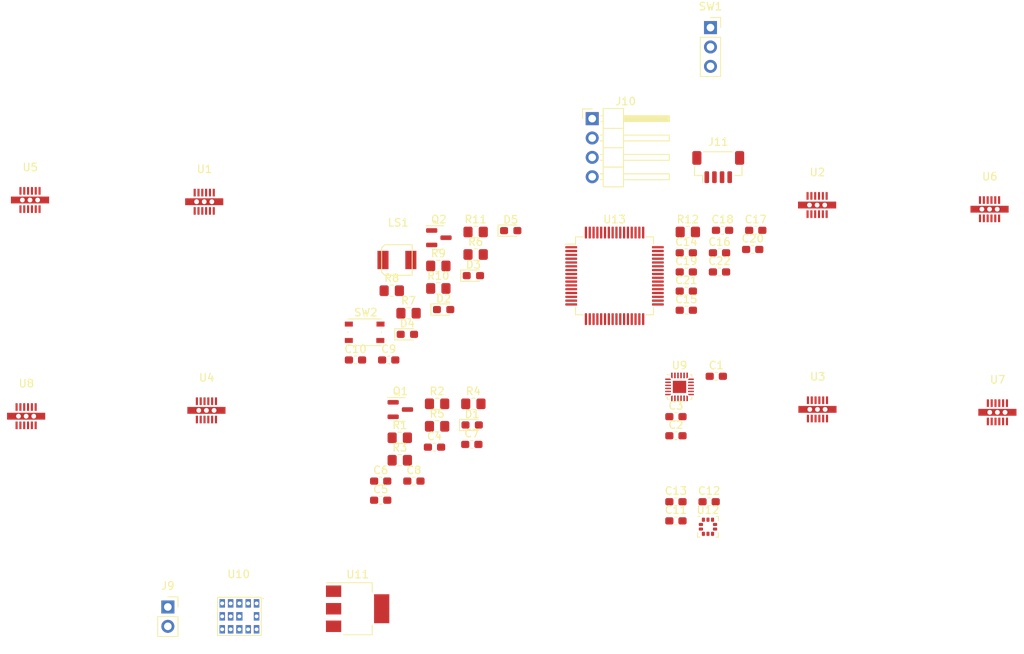
<source format=kicad_pcb>
(kicad_pcb (version 20211014) (generator pcbnew)
  (layers (0 "F.Cu" signal) (31 "B.Cu" signal) (34 "B.Paste" user) (35 "F.Paste" user) (36 "B.SilkS" user "B.Silkscreen") (37 "F.SilkS" user "F.Silkscreen") (38 "B.Mask" user) (39 "F.Mask" user) (44 "Edge.Cuts" user))
  (net 0 "")
  (net 1 "+3.3V")
  (net 2 "GND")
  (net 3 "Net-(C2-Pad1)")
  (net 4 "+BATT")
  (net 5 "+5V")
  (net 6 "/controller/NRST")
  (net 7 "/controller/BUTTON_OUTPUT")
  (net 8 "Net-(C14-Pad1)")
  (net 9 "Net-(C15-Pad1)")
  (net 10 "+3.3VADC")
  (net 11 "Net-(D1-Pad2)")
  (net 12 "Net-(D2-Pad2)")
  (net 13 "Net-(D3-Pad2)")
  (net 14 "Net-(D4-Pad2)")
  (net 15 "Net-(D5-Pad2)")
  (net 16 "Net-(J9-Pad1)")
  (net 17 "/controller/USART1_RX")
  (net 18 "/controller/USART1_TX")
  (net 19 "/controller/SWCLK")
  (net 20 "/controller/SWDIO")
  (net 21 "Net-(LS1-Pad2)")
  (net 22 "Net-(Q1-Pad1)")
  (net 23 "/controller/BUZZER_INPUT")
  (net 24 "/controller/ADC_BAT")
  (net 25 "Net-(R4-Pad1)")
  (net 26 "/controller/LED1")
  (net 27 "/controller/LED2")
  (net 28 "/controller/LED3")
  (net 29 "/controller/LED4")
  (net 30 "BOOT0")
  (net 32 "Net-(J1-Pad1)")
  (net 33 "Net-(J1-Pad2)")
  (net 34 "/controller/MOTOR2_IN2")
  (net 35 "/controller/MOTOR2_IN1")
  (net 36 "Net-(J2-Pad1)")
  (net 37 "Net-(J2-Pad2)")
  (net 38 "/controller/MOTOR1_IN2")
  (net 39 "/controller/MOTOR1_IN1")
  (net 40 "Net-(J3-Pad1)")
  (net 41 "Net-(J3-Pad2)")
  (net 42 "/controller/MOTOR3_IN2")
  (net 43 "/controller/MOTOR3_IN1")
  (net 44 "Net-(J4-Pad1)")
  (net 45 "Net-(J4-Pad2)")
  (net 46 "/controller/MOTOR4_IN2")
  (net 47 "/controller/MOTOR4_IN1")
  (net 48 "Net-(J5-Pad1)")
  (net 49 "Net-(J5-Pad2)")
  (net 50 "/controller/MOTOR5_IN2")
  (net 51 "/controller/MOTOR5_IN1")
  (net 52 "Net-(J6-Pad1)")
  (net 53 "Net-(J6-Pad2)")
  (net 54 "/controller/MOTOR6_IN2")
  (net 55 "/controller/MOTOR6_IN1")
  (net 56 "Net-(J7-Pad1)")
  (net 57 "Net-(J7-Pad2)")
  (net 58 "/controller/MOTOR7_IN2")
  (net 59 "/controller/MOTOR7_IN1")
  (net 60 "Net-(J8-Pad1)")
  (net 61 "Net-(J8-Pad2)")
  (net 62 "/controller/MOTOR8_IN2")
  (net 63 "/controller/MOTOR8_IN1")
  (net 70 "/controller/SPI1_MISO")
  (net 78 "/controller/SPI1_CS")
  (net 79 "/controller/SPI1_SCK")
  (net 80 "/controller/SPI1_MOSI")
  (net 82 "/controller/SPI3_SCK")
  (net 83 "/controller/SPI3_MOSI")
  (net 84 "/controller/SPI3_MISO")
  (net 85 "/controller/SPI3_CS")
  (footprint "omni:STM0440-T-R" (layer "F.Cu") (at 110.4722 70.779)
    (fp_text reference "LS1" (at 0 -0.5 unlocked) (layer "F.SilkS"))
    (fp_text value "Speaker")
    (pad "1" smd rect (at -1.9962 4.3942) (size 1.45 2.4) (layers "F.Cu" "F.Paste" "F.Mask") (net 1 "+3.3V"))
    (pad "2" smd rect (at 1.6538 4.3942) (size 1.45 2.4) (layers "F.Cu" "F.Paste" "F.Mask") (net 21 "Net-(LS1-Pad2)"))
  )
  (footprint "Capacitor_SMD:C_0603_1608Metric_Pad1.08x0.95mm_HandSolder" (layer "F.Cu") (at 115.226 99.714)
    (fp_text reference "C4" (at 0 -1.43) (layer "F.SilkS"))
    (fp_text value "0.1u")
    (pad "1" smd roundrect (at -0.8625 0) (size 1.075 0.95) (layers "F.Cu" "F.Paste" "F.Mask") (net 4 "+BATT"))
    (pad "2" smd roundrect (at 0.8625 0) (size 1.075 0.95) (layers "F.Cu" "F.Paste" "F.Mask") (net 2 "GND"))
  )
  (footprint "Package_TO_SOT_SMD:SOT-23" (layer "F.Cu") (at 115.796 72.254)
    (fp_text reference "Q2" (at 0 -2.4) (layer "F.SilkS"))
    (fp_text value "BSS138")
    (pad "1" smd roundrect (at -0.9375 -0.95) (size 1.475 0.6) (layers "F.Cu" "F.Paste" "F.Mask") (net 23 "/controller/BUZZER_INPUT"))
    (pad "2" smd roundrect (at -0.9375 0.95) (size 1.475 0.6) (layers "F.Cu" "F.Paste" "F.Mask") (net 2 "GND"))
    (pad "3" smd roundrect (at 0.9375 0) (size 1.475 0.6) (layers "F.Cu" "F.Paste" "F.Mask") (net 21 "Net-(LS1-Pad2)"))
  )
  (footprint "Connector_PinSocket_2.54mm:PinSocket_1x02_P2.54mm_Vertical" (layer "F.Cu") (at 80.289 120.67)
    (fp_text reference "J9" (at 0 -2.77) (layer "F.SilkS"))
    (fp_text value "Conn_01x02")
    (pad "1" thru_hole rect (at 0 0) (size 1.7 1.7) (drill 1) (layers *.Cu *.Mask) (net 16 "Net-(J9-Pad1)"))
    (pad "2" thru_hole oval (at 0 2.54) (size 1.7 1.7) (drill 1) (layers *.Cu *.Mask) (net 2 "GND"))
  )
  (footprint "Capacitor_SMD:C_0603_1608Metric_Pad1.08x0.95mm_HandSolder" (layer "F.Cu") (at 108.176 104.164)
    (fp_text reference "C6" (at 0 -1.43) (layer "F.SilkS"))
    (fp_text value "10u")
    (pad "1" smd roundrect (at -0.8625 0) (size 1.075 0.95) (layers "F.Cu" "F.Paste" "F.Mask") (net 1 "+3.3V"))
    (pad "2" smd roundrect (at 0.8625 0) (size 1.075 0.95) (layers "F.Cu" "F.Paste" "F.Mask") (net 2 "GND"))
  )
  (footprint "omni:DRV8835" (layer "F.Cu") (at 61.7568 91.8707)
    (fp_text reference "U8" (at 0 -0.5 unlocked) (layer "F.SilkS"))
    (fp_text value "DRV8835")
    (pad "1" smd rect (at -1.2848 4.7346) (size 0.28 1) (drill (offset 0 0.25)) (layers "F.Cu" "F.Paste" "F.Mask") (net 4 "+BATT"))
    (pad "2" smd rect (at -0.7848 4.7346) (size 0.28 1) (drill (offset 0 0.25)) (layers "F.Cu" "F.Paste" "F.Mask") (net 60 "Net-(J8-Pad1)"))
    (pad "3" smd rect (at -0.2848 4.7346) (size 0.28 1) (drill (offset 0 0.25)) (layers "F.Cu" "F.Paste" "F.Mask") (net 61 "Net-(J8-Pad2)"))
    (pad "4" smd rect (at 0.2152 4.7346) (size 0.28 1) (drill (offset 0 0.25)) (layers "F.Cu" "F.Paste" "F.Mask") (net 60 "Net-(J8-Pad1)"))
    (pad "5" smd rect (at 0.7152 4.7346) (size 0.28 1) (drill (offset 0 0.25)) (layers "F.Cu" "F.Paste" "F.Mask") (net 61 "Net-(J8-Pad2)"))
    (pad "6" smd rect (at 1.2152 4.7346) (size 0.28 1) (drill (offset 0 0.25)) (layers "F.Cu" "F.Paste" "F.Mask") (net 2 "GND"))
    (pad "7" smd rect (at 1.2152 2.8346) (size 0.28 1) (drill (offset 0 -0.25)) (layers "F.Cu" "F.Paste" "F.Mask") (net 62 "/controller/MOTOR8_IN2"))
    (pad "8" smd rect (at 0.7152 2.8346) (size 0.28 1) (drill (offset 0 -0.25)) (layers "F.Cu" "F.Paste" "F.Mask") (net 63 "/controller/MOTOR8_IN1"))
    (pad "9" smd rect (at 0.2152 2.8346) (size 0.28 1) (drill (offset 0 -0.25)) (layers "F.Cu" "F.Paste" "F.Mask") (net 62 "/controller/MOTOR8_IN2"))
    (pad "10" smd rect (at -0.2848 2.8346) (size 0.28 1) (drill (offset 0 -0.25)) (layers "F.Cu" "F.Paste" "F.Mask") (net 63 "/controller/MOTOR8_IN1"))
    (pad "11" smd rect (at -0.7848 2.8346) (size 0.28 1) (drill (offset 0 -0.25)) (layers "F.Cu" "F.Paste" "F.Mask") (net 2 "GND"))
    (pad "12" smd rect (at -1.2848 2.8346) (size 0.28 1) (drill (offset 0 -0.25)) (layers "F.Cu" "F.Paste" "F.Mask") (net 1 "+3.3V"))
    (pad "13" smd rect (at -0.0348 3.7846) (size 5 0.9) (layers "F.Cu" "F.Paste" "F.Mask") (net 2 "GND"))
    (pad "13" thru_hole circle (at -0.0348 3.7846) (size 0.6 0.6) (drill 0.6) (layers *.Cu *.Mask "F.SilkS") (net 2 "GND"))
    (pad "13" thru_hole circle (at 0.9652 3.7846) (size 0.6 0.6) (drill 0.6) (layers *.Cu *.Mask "F.SilkS") (net 2 "GND"))
    (pad "13" thru_hole circle (at -1.0348 3.7846) (size 0.6 0.6) (drill 0.6) (layers *.Cu *.Mask "F.SilkS") (net 2 "GND"))
  )
  (footprint "Button_Switch_SMD:SW_Push_1P1T_NO_Vertical_Wuerth_434133025816" (layer "F.Cu") (at 106.076 84.654)
    (fp_text reference "SW2" (at 0.15 -2.6) (layer "F.SilkS"))
    (fp_text value "SKRPACE")
    (pad "1" smd rect (at 2.075 -1.075) (size 1.05 0.65) (layers "F.Cu" "F.Paste" "F.Mask") (net 2 "GND"))
    (pad "1" smd rect (at -2.075 -1.075) (size 1.05 0.65) (layers "F.Cu" "F.Paste" "F.Mask") (net 2 "GND"))
    (pad "2" smd rect (at -2.075 1.075) (size 1.05 0.65) (layers "F.Cu" "F.Paste" "F.Mask") (net 6 "/controller/NRST"))
    (pad "2" smd rect (at 2.05 1.075) (size 1.05 0.65) (layers "F.Cu" "F.Paste" "F.Mask") (net 6 "/controller/NRST"))
  )
  (footprint "omni:DRV8835" (layer "F.Cu") (at 85.3788 91.1087)
    (fp_text reference "U4" (at 0 -0.5 unlocked) (layer "F.SilkS"))
    (fp_text value "DRV8835")
    (pad "1" smd rect (at -1.2848 4.7346) (size 0.28 1) (drill (offset 0 0.25)) (layers "F.Cu" "F.Paste" "F.Mask") (net 4 "+BATT"))
    (pad "2" smd rect (at -0.7848 4.7346) (size 0.28 1) (drill (offset 0 0.25)) (layers "F.Cu" "F.Paste" "F.Mask") (net 44 "Net-(J4-Pad1)"))
    (pad "3" smd rect (at -0.2848 4.7346) (size 0.28 1) (drill (offset 0 0.25)) (layers "F.Cu" "F.Paste" "F.Mask") (net 45 "Net-(J4-Pad2)"))
    (pad "4" smd rect (at 0.2152 4.7346) (size 0.28 1) (drill (offset 0 0.25)) (layers "F.Cu" "F.Paste" "F.Mask") (net 44 "Net-(J4-Pad1)"))
    (pad "5" smd rect (at 0.7152 4.7346) (size 0.28 1) (drill (offset 0 0.25)) (layers "F.Cu" "F.Paste" "F.Mask") (net 45 "Net-(J4-Pad2)"))
    (pad "6" smd rect (at 1.2152 4.7346) (size 0.28 1) (drill (offset 0 0.25)) (layers "F.Cu" "F.Paste" "F.Mask") (net 2 "GND"))
    (pad "7" smd rect (at 1.2152 2.8346) (size 0.28 1) (drill (offset 0 -0.25)) (layers "F.Cu" "F.Paste" "F.Mask") (net 46 "/controller/MOTOR4_IN2"))
    (pad "8" smd rect (at 0.7152 2.8346) (size 0.28 1) (drill (offset 0 -0.25)) (layers "F.Cu" "F.Paste" "F.Mask") (net 47 "/controller/MOTOR4_IN1"))
    (pad "9" smd rect (at 0.2152 2.8346) (size 0.28 1) (drill (offset 0 -0.25)) (layers "F.Cu" "F.Paste" "F.Mask") (net 46 "/controller/MOTOR4_IN2"))
    (pad "10" smd rect (at -0.2848 2.8346) (size 0.28 1) (drill (offset 0 -0.25)) (layers "F.Cu" "F.Paste" "F.Mask") (net 47 "/controller/MOTOR4_IN1"))
    (pad "11" smd rect (at -0.7848 2.8346) (size 0.28 1) (drill (offset 0 -0.25)) (layers "F.Cu" "F.Paste" "F.Mask") (net 2 "GND"))
    (pad "12" smd rect (at -1.2848 2.8346) (size 0.28 1) (drill (offset 0 -0.25)) (layers "F.Cu" "F.Paste" "F.Mask") (net 1 "+3.3V"))
    (pad "13" thru_hole circle (at -0.0348 3.7846) (size 0.6 0.6) (drill 0.6) (layers *.Cu *.Mask "F.SilkS") (net 2 "GND"))
    (pad "13" smd rect (at -0.0348 3.7846) (size 5 0.9) (layers "F.Cu" "F.Paste" "F.Mask") (net 2 "GND"))
    (pad "13" thru_hole circle (at -1.0348 3.7846) (size 0.6 0.6) (drill 0.6) (layers *.Cu *.Mask "F.SilkS") (net 2 "GND"))
    (pad "13" thru_hole circle (at 0.9652 3.7846) (size 0.6 0.6) (drill 0.6) (layers *.Cu *.Mask "F.SilkS") (net 2 "GND"))
  )
  (footprint "LED_SMD:LED_0603_1608Metric_Pad1.05x0.95mm_HandSolder" (layer "F.Cu") (at 111.671 84.924)
    (fp_text reference "D4" (at 0 -1.43) (layer "F.SilkS"))
    (fp_text value "LED")
    (pad "1" smd roundrect (at -0.875 0) (size 1.05 0.95) (layers "F.Cu" "F.Paste" "F.Mask") (net 2 "GND"))
    (pad "2" smd roundrect (at 0.875 0) (size 1.05 0.95) (layers "F.Cu" "F.Paste" "F.Mask") (net 14 "Net-(D4-Pad2)"))
  )
  (footprint "Resistor_SMD:R_0805_2012Metric_Pad1.20x1.40mm_HandSolder" (layer "F.Cu") (at 115.566 96.984)
    (fp_text reference "R5" (at 0 -1.65) (layer "F.SilkS"))
    (fp_text value "1k")
    (pad "1" smd roundrect (at -1 0) (size 1.2 1.4) (layers "F.Cu" "F.Paste" "F.Mask") (roundrect_rratio 0.208333) (net 5 "+5V"))
    (pad "2" smd roundrect (at 1 0) (size 1.2 1.4) (layers "F.Cu" "F.Paste" "F.Mask") (roundrect_rratio 0.208333) (net 11 "Net-(D1-Pad2)"))
  )
  (footprint "Capacitor_SMD:C_0603_1608Metric_Pad1.08x0.95mm_HandSolder" (layer "F.Cu") (at 148.216 79.254)
    (fp_text reference "C21" (at 0 -1.43) (layer "F.SilkS"))
    (fp_text value "0.01u")
    (pad "1" smd roundrect (at -0.8625 0) (size 1.075 0.95) (layers "F.Cu" "F.Paste" "F.Mask") (net 10 "+3.3VADC"))
    (pad "2" smd roundrect (at 0.8625 0) (size 1.075 0.95) (layers "F.Cu" "F.Paste" "F.Mask") (net 2 "GND"))
  )
  (footprint "Resistor_SMD:R_0805_2012Metric_Pad1.20x1.40mm_HandSolder" (layer "F.Cu") (at 120.316 94.034)
    (fp_text reference "R4" (at 0 -1.65) (layer "F.SilkS"))
    (fp_text value "133")
    (pad "1" smd roundrect (at -1 0) (size 1.2 1.4) (layers "F.Cu" "F.Paste" "F.Mask") (roundrect_rratio 0.208333) (net 25 "Net-(R4-Pad1)"))
    (pad "2" smd roundrect (at 1 0) (size 1.2 1.4) (layers "F.Cu" "F.Paste" "F.Mask") (roundrect_rratio 0.208333) (net 2 "GND"))
  )
  (footprint "Resistor_SMD:R_0805_2012Metric_Pad1.20x1.40mm_HandSolder" (layer "F.Cu") (at 120.616 71.504)
    (fp_text reference "R11" (at 0 -1.65) (layer "F.SilkS"))
    (fp_text value "10k")
    (pad "1" smd roundrect (at -1 0) (size 1.2 1.4) (layers "F.Cu" "F.Paste" "F.Mask") (roundrect_rratio 0.208333) (net 1 "+3.3V"))
    (pad "2" smd roundrect (at 1 0) (size 1.2 1.4) (layers "F.Cu" "F.Paste" "F.Mask") (roundrect_rratio 0.208333) (net 7 "/controller/BUTTON_OUTPUT"))
  )
  (footprint "LED_SMD:LED_0603_1608Metric_Pad1.05x0.95mm_HandSolder" (layer "F.Cu") (at 116.421 81.674)
    (fp_text reference "D2" (at 0 -1.43) (layer "F.SilkS"))
    (fp_text value "LED")
    (pad "1" smd roundrect (at -0.875 0) (size 1.05 0.95) (layers "F.Cu" "F.Paste" "F.Mask") (net 2 "GND"))
    (pad "2" smd roundrect (at 0.875 0) (size 1.05 0.95) (layers "F.Cu" "F.Paste" "F.Mask") (net 12 "Net-(D2-Pad2)"))
  )
  (footprint "omni:DRV8835" (layer "F.Cu") (at 62.2648 63.5254)
    (fp_text reference "U5" (at 0 -0.5 unlocked) (layer "F.SilkS"))
    (fp_text value "DRV8835")
    (pad "1" smd rect (at -1.2848 4.7346) (size 0.28 1) (drill (offset 0 0.25)) (layers "F.Cu" "F.Paste" "F.Mask") (net 4 "+BATT"))
    (pad "2" smd rect (at -0.7848 4.7346) (size 0.28 1) (drill (offset 0 0.25)) (layers "F.Cu" "F.Paste" "F.Mask") (net 48 "Net-(J5-Pad1)"))
    (pad "3" smd rect (at -0.2848 4.7346) (size 0.28 1) (drill (offset 0 0.25)) (layers "F.Cu" "F.Paste" "F.Mask") (net 49 "Net-(J5-Pad2)"))
    (pad "4" smd rect (at 0.2152 4.7346) (size 0.28 1) (drill (offset 0 0.25)) (layers "F.Cu" "F.Paste" "F.Mask") (net 48 "Net-(J5-Pad1)"))
    (pad "5" smd rect (at 0.7152 4.7346) (size 0.28 1) (drill (offset 0 0.25)) (layers "F.Cu" "F.Paste" "F.Mask") (net 49 "Net-(J5-Pad2)"))
    (pad "6" smd rect (at 1.2152 4.7346) (size 0.28 1) (drill (offset 0 0.25)) (layers "F.Cu" "F.Paste" "F.Mask") (net 2 "GND"))
    (pad "7" smd rect (at 1.2152 2.8346) (size 0.28 1) (drill (offset 0 -0.25)) (layers "F.Cu" "F.Paste" "F.Mask") (net 50 "/controller/MOTOR5_IN2"))
    (pad "8" smd rect (at 0.7152 2.8346) (size 0.28 1) (drill (offset 0 -0.25)) (layers "F.Cu" "F.Paste" "F.Mask") (net 51 "/controller/MOTOR5_IN1"))
    (pad "9" smd rect (at 0.2152 2.8346) (size 0.28 1) (drill (offset 0 -0.25)) (layers "F.Cu" "F.Paste" "F.Mask") (net 50 "/controller/MOTOR5_IN2"))
    (pad "10" smd rect (at -0.2848 2.8346) (size 0.28 1) (drill (offset 0 -0.25)) (layers "F.Cu" "F.Paste" "F.Mask") (net 51 "/controller/MOTOR5_IN1"))
    (pad "11" smd rect (at -0.7848 2.8346) (size 0.28 1) (drill (offset 0 -0.25)) (layers "F.Cu" "F.Paste" "F.Mask") (net 2 "GND"))
    (pad "12" smd rect (at -1.2848 2.8346) (size 0.28 1) (drill (offset 0 -0.25)) (layers "F.Cu" "F.Paste" "F.Mask") (net 1 "+3.3V"))
    (pad "13" thru_hole circle (at 0.9652 3.7846) (size 0.6 0.6) (drill 0.6) (layers *.Cu *.Mask "F.SilkS") (net 2 "GND"))
    (pad "13" thru_hole circle (at -0.0348 3.7846) (size 0.6 0.6) (drill 0.6) (layers *.Cu *.Mask "F.SilkS") (net 2 "GND"))
    (pad "13" thru_hole circle (at -1.0348 3.7846) (size 0.6 0.6) (drill 0.6) (layers *.Cu *.Mask "F.SilkS") (net 2 "GND"))
    (pad "13" smd rect (at -0.0348 3.7846) (size 5 0.9) (layers "F.Cu" "F.Paste" "F.Mask") (net 2 "GND"))
  )
  (footprint "Capacitor_SMD:C_0603_1608Metric_Pad1.08x0.95mm_HandSolder" (layer "F.Cu") (at 104.876 88.284)
    (fp_text reference "C10" (at 0 -1.43) (layer "F.SilkS"))
    (fp_text value "0.1u")
    (pad "1" smd roundrect (at -0.8625 0) (size 1.075 0.95) (layers "F.Cu" "F.Paste" "F.Mask") (net 7 "/controller/BUTTON_OUTPUT"))
    (pad "2" smd roundrect (at 0.8625 0) (size 1.075 0.95) (layers "F.Cu" "F.Paste" "F.Mask") (net 2 "GND"))
  )
  (footprint "Capacitor_SMD:C_0603_1608Metric_Pad1.08x0.95mm_HandSolder" (layer "F.Cu") (at 152.566 74.234)
    (fp_text reference "C16" (at 0 -1.43) (layer "F.SilkS"))
    (fp_text value "0.1u")
    (pad "1" smd roundrect (at -0.8625 0) (size 1.075 0.95) (layers "F.Cu" "F.Paste" "F.Mask") (net 1 "+3.3V"))
    (pad "2" smd roundrect (at 0.8625 0) (size 1.075 0.95) (layers "F.Cu" "F.Paste" "F.Mask") (net 2 "GND"))
  )
  (footprint "Capacitor_SMD:C_0603_1608Metric_Pad1.08x0.95mm_HandSolder" (layer "F.Cu") (at 148.216 81.764)
    (fp_text reference "C15" (at 0 -1.43) (layer "F.SilkS"))
    (fp_text value "2.2u")
    (pad "1" smd roundrect (at -0.8625 0) (size 1.075 0.95) (layers "F.Cu" "F.Paste" "F.Mask") (net 9 "Net-(C15-Pad1)"))
    (pad "2" smd roundrect (at 0.8625 0) (size 1.075 0.95) (layers "F.Cu" "F.Paste" "F.Mask") (net 2 "GND"))
  )
  (footprint "LED_SMD:LED_0603_1608Metric_Pad1.05x0.95mm_HandSolder" (layer "F.Cu") (at 120.321 77.224)
    (fp_text reference "D3" (at 0 -1.43) (layer "F.SilkS"))
    (fp_text value "LED")
    (pad "1" smd roundrect (at -0.875 0) (size 1.05 0.95) (layers "F.Cu" "F.Paste" "F.Mask") (net 2 "GND"))
    (pad "2" smd roundrect (at 0.875 0) (size 1.05 0.95) (layers "F.Cu" "F.Paste" "F.Mask") (net 13 "Net-(D3-Pad2)"))
  )
  (footprint "omni:DRV8835" (layer "F.Cu") (at 187.9828 64.7294)
    (fp_text reference "U6" (at 0 -0.5 unlocked) (layer "F.SilkS"))
    (fp_text value "DRV8835")
    (pad "1" smd rect (at -1.2848 4.7346) (size 0.28 1) (drill (offset 0 0.25)) (layers "F.Cu" "F.Paste" "F.Mask") (net 4 "+BATT"))
    (pad "2" smd rect (at -0.7848 4.7346) (size 0.28 1) (drill (offset 0 0.25)) (layers "F.Cu" "F.Paste" "F.Mask") (net 52 "Net-(J6-Pad1)"))
    (pad "3" smd rect (at -0.2848 4.7346) (size 0.28 1) (drill (offset 0 0.25)) (layers "F.Cu" "F.Paste" "F.Mask") (net 53 "Net-(J6-Pad2)"))
    (pad "4" smd rect (at 0.2152 4.7346) (size 0.28 1) (drill (offset 0 0.25)) (layers "F.Cu" "F.Paste" "F.Mask") (net 52 "Net-(J6-Pad1)"))
    (pad "5" smd rect (at 0.7152 4.7346) (size 0.28 1) (drill (offset 0 0.25)) (layers "F.Cu" "F.Paste" "F.Mask") (net 53 "Net-(J6-Pad2)"))
    (pad "6" smd rect (at 1.2152 4.7346) (size 0.28 1) (drill (offset 0 0.25)) (layers "F.Cu" "F.Paste" "F.Mask") (net 2 "GND"))
    (pad "7" smd rect (at 1.2152 2.8346) (size 0.28 1) (drill (offset 0 -0.25)) (layers "F.Cu" "F.Paste" "F.Mask") (net 54 "/controller/MOTOR6_IN2"))
    (pad "8" smd rect (at 0.7152 2.8346) (size 0.28 1) (drill (offset 0 -0.25)) (layers "F.Cu" "F.Paste" "F.Mask") (net 55 "/controller/MOTOR6_IN1"))
    (pad "9" smd rect (at 0.2152 2.8346) (size 0.28 1) (drill (offset 0 -0.25)) (layers "F.Cu" "F.Paste" "F.Mask") (net 54 "/controller/MOTOR6_IN2"))
    (pad "10" smd rect (at -0.2848 2.8346) (size 0.28 1) (drill (offset 0 -0.25)) (layers "F.Cu" "F.Paste" "F.Mask") (net 55 "/controller/MOTOR6_IN1"))
    (pad "11" smd rect (at -0.7848 2.8346) (size 0.28 1) (drill (offset 0 -0.25)) (layers "F.Cu" "F.Paste" "F.Mask") (net 2 "GND"))
    (pad "12" smd rect (at -1.2848 2.8346) (size 0.28 1) (drill (offset 0 -0.25)) (layers "F.Cu" "F.Paste" "F.Mask") (net 1 "+3.3V"))
    (pad "13" thru_hole circle (at 0.9652 3.7846) (size 0.6 0.6) (drill 0.6) (layers *.Cu *.Mask "F.SilkS") (net 2 "GND"))
    (pad "13" thru_hole circle (at -0.0348 3.7846) (size 0.6 0.6) (drill 0.6) (layers *.Cu *.Mask "F.SilkS") (net 2 "GND"))
    (pad "13" thru_hole circle (at -1.0348 3.7846) (size 0.6 0.6) (drill 0.6) (layers *.Cu *.Mask "F.SilkS") (net 2 "GND"))
    (pad "13" smd rect (at -0.0348 3.7846) (size 5 0.9) (layers "F.Cu" "F.Paste" "F.Mask") (net 2 "GND"))
  )
  (footprint "Capacitor_SMD:C_0603_1608Metric_Pad1.08x0.95mm_HandSolder" (layer "F.Cu") (at 148.216 74.234)
    (fp_text reference "C14" (at 0 -1.43) (layer "F.SilkS"))
    (fp_text value "2.2u")
    (pad "1" smd roundrect (at -0.8625 0) (size 1.075 0.95) (layers "F.Cu" "F.Paste" "F.Mask") (net 8 "Net-(C14-Pad1)"))
    (pad "2" smd roundrect (at 0.8625 0) (size 1.075 0.95) (layers "F.Cu" "F.Paste" "F.Mask") (net 2 "GND"))
  )
  (footprint "Capacitor_SMD:C_0603_1608Metric_Pad1.08x0.95mm_HandSolder" (layer "F.Cu") (at 152.566 76.744)
    (fp_text reference "C22" (at 0 -1.43) (layer "F.SilkS"))
    (fp_text value "1u")
    (pad "1" smd roundrect (at -0.8625 0) (size 1.075 0.95) (layers "F.Cu" "F.Paste" "F.Mask") (net 10 "+3.3VADC"))
    (pad "2" smd roundrect (at 0.8625 0) (size 1.075 0.95) (layers "F.Cu" "F.Paste" "F.Mask") (net 2 "GND"))
  )
  (footprint "Resistor_SMD:R_0805_2012Metric_Pad1.20x1.40mm_HandSolder" (layer "F.Cu") (at 109.626 79.204)
    (fp_text reference "R8" (at 0 -1.65) (layer "F.SilkS"))
    (fp_text value "10k")
    (pad "1" smd roundrect (at -1 0) (size 1.2 1.4) (layers "F.Cu" "F.Paste" "F.Mask") (roundrect_rratio 0.208333) (net 23 "/controller/BUZZER_INPUT"))
    (pad "2" smd roundrect (at 1 0) (size 1.2 1.4) (layers "F.Cu" "F.Paste" "F.Mask") (roundrect_rratio 0.208333) (net 2 "GND"))
  )
  (footprint "Capacitor_SMD:C_0603_1608Metric_Pad1.08x0.95mm_HandSolder" (layer "F.Cu") (at 156.916 73.794)
    (fp_text reference "C20" (at 0 -1.43) (layer "F.SilkS"))
    (fp_text value "0.1u")
    (pad "1" smd roundrect (at -0.8625 0) (size 1.075 0.95) (layers "F.Cu" "F.Paste" "F.Mask") (net 1 "+3.3V"))
    (pad "2" smd roundrect (at 0.8625 0) (size 1.075 0.95) (layers "F.Cu" "F.Paste" "F.Mask") (net 2 "GND"))
  )
  (footprint "Resistor_SMD:R_0805_2012Metric_Pad1.20x1.40mm_HandSolder" (layer "F.Cu") (at 110.676 101.434)
    (fp_text reference "R3" (at 0 -1.65) (layer "F.SilkS"))
    (fp_text value "10k")
    (pad "1" smd roundrect (at -1 0) (size 1.2 1.4) (layers "F.Cu" "F.Paste" "F.Mask") (roundrect_rratio 0.208333) (net 24 "/controller/ADC_BAT"))
    (pad "2" smd roundrect (at 1 0) (size 1.2 1.4) (layers "F.Cu" "F.Paste" "F.Mask") (roundrect_rratio 0.208333) (net 2 "GND"))
  )
  (footprint "Capacitor_SMD:C_0603_1608Metric_Pad1.08x0.95mm_HandSolder" (layer "F.Cu") (at 120.116 99.354)
    (fp_text reference "C7" (at 0 -1.43) (layer "F.SilkS"))
    (fp_text value "0.1u")
    (pad "1" smd roundrect (at -0.8625 0) (size 1.075 0.95) (layers "F.Cu" "F.Paste" "F.Mask") (net 5 "+5V"))
    (pad "2" smd roundrect (at 0.8625 0) (size 1.075 0.95) (layers "F.Cu" "F.Paste" "F.Mask") (net 2 "GND"))
  )
  (footprint "Capacitor_SMD:C_0603_1608Metric_Pad1.08x0.95mm_HandSolder" (layer "F.Cu") (at 151.206 106.874)
    (fp_text reference "C12" (at 0 -1.43) (layer "F.SilkS"))
    (fp_text value "10u")
    (pad "1" smd roundrect (at -0.8625 0) (size 1.075 0.95) (layers "F.Cu" "F.Paste" "F.Mask") (net 1 "+3.3V"))
    (pad "2" smd roundrect (at 0.8625 0) (size 1.075 0.95) (layers "F.Cu" "F.Paste" "F.Mask") (net 2 "GND"))
  )
  (footprint "omni:DRV8835" (layer "F.Cu") (at 165.3888 64.1847)
    (fp_text reference "U2" (at 0 -0.5 unlocked) (layer "F.SilkS"))
    (fp_text value "DRV8835")
    (pad "1" smd rect (at -1.2848 4.7346) (size 0.28 1) (drill (offset 0 0.25)) (layers "F.Cu" "F.Paste" "F.Mask") (net 4 "+BATT"))
    (pad "2" smd rect (at -0.7848 4.7346) (size 0.28 1) (drill (offset 0 0.25)) (layers "F.Cu" "F.Paste" "F.Mask") (net 36 "Net-(J2-Pad1)"))
    (pad "3" smd rect (at -0.2848 4.7346) (size 0.28 1) (drill (offset 0 0.25)) (layers "F.Cu" "F.Paste" "F.Mask") (net 37 "Net-(J2-Pad2)"))
    (pad "4" smd rect (at 0.2152 4.7346) (size 0.28 1) (drill (offset 0 0.25)) (layers "F.Cu" "F.Paste" "F.Mask") (net 36 "Net-(J2-Pad1)"))
    (pad "5" smd rect (at 0.7152 4.7346) (size 0.28 1) (drill (offset 0 0.25)) (layers "F.Cu" "F.Paste" "F.Mask") (net 37 "Net-(J2-Pad2)"))
    (pad "6" smd rect (at 1.2152 4.7346) (size 0.28 1) (drill (offset 0 0.25)) (layers "F.Cu" "F.Paste" "F.Mask") (net 2 "GND"))
    (pad "7" smd rect (at 1.2152 2.8346) (size 0.28 1) (drill (offset 0 -0.25)) (layers "F.Cu" "F.Paste" "F.Mask") (net 38 "/controller/MOTOR1_IN2"))
    (pad "8" smd rect (at 0.7152 2.8346) (size 0.28 1) (drill (offset 0 -0.25)) (layers "F.Cu" "F.Paste" "F.Mask") (net 39 "/controller/MOTOR1_IN1"))
    (pad "9" smd rect (at 0.2152 2.8346) (size 0.28 1) (drill (offset 0 -0.25)) (layers "F.Cu" "F.Paste" "F.Mask") (net 38 "/controller/MOTOR1_IN2"))
    (pad "10" smd rect (at -0.2848 2.8346) (size 0.28 1) (drill (offset 0 -0.25)) (layers "F.Cu" "F.Paste" "F.Mask") (net 39 "/controller/MOTOR1_IN1"))
    (pad "11" smd rect (at -0.7848 2.8346) (size 0.28 1) (drill (offset 0 -0.25)) (layers "F.Cu" "F.Paste" "F.Mask") (net 2 "GND"))
    (pad "12" smd rect (at -1.2848 2.8346) (size 0.28 1) (drill (offset 0 -0.25)) (layers "F.Cu" "F.Paste" "F.Mask") (net 1 "+3.3V"))
    (pad "13" thru_hole circle (at -0.0348 3.7846) (size 0.6 0.6) (drill 0.6) (layers *.Cu *.Mask "F.SilkS") (net 2 "GND"))
    (pad "13" thru_hole circle (at 0.9652 3.7846) (size 0.6 0.6) (drill 0.6) (layers *.Cu *.Mask "F.SilkS") (net 2 "GND"))
    (pad "13" thru_hole circle (at -1.0348 3.7846) (size 0.6 0.6) (drill 0.6) (layers *.Cu *.Mask "F.SilkS") (net 2 "GND"))
    (pad "13" smd rect (at -0.0348 3.7846) (size 5 0.9) (layers "F.Cu" "F.Paste" "F.Mask") (net 2 "GND"))
  )
  (footprint "Connector_JST:JST_SH_BM04B-SRSS-TB_1x04-1MP_P1.00mm_Vertical" (layer "F.Cu") (at 152.4 62.992)
    (fp_text reference "J11" (at 0 -3.3) (layer "F.SilkS"))
    (fp_text value "ST-Link")
    (pad "1" smd roundrect (at -1.5 1.325) (size 0.6 1.55) (layers "F.Cu" "F.Paste" "F.Mask") (net 19 "/controller/SWCLK"))
    (pad "2" smd roundrect (at -0.5 1.325) (size 0.6 1.55) (layers "F.Cu" "F.Paste" "F.Mask") (net 20 "/controller/SWDIO"))
    (pad "3" smd roundrect (at 0.5 1.325) (size 0.6 1.55) (layers "F.Cu" "F.Paste" "F.Mask") (net 2 "GND"))
    (pad "4" smd roundrect (at 1.5 1.325) (size 0.6 1.55) (layers "F.Cu" "F.Paste" "F.Mask") (net 6 "/controller/NRST"))
    (pad "MP" smd roundrect (at -2.8 -1.2) (size 1.2 1.8) (layers "F.Cu" "F.Paste" "F.Mask") (roundrect_rratio 0.208333))
    (pad "MP" smd roundrect (at 2.8 -1.2) (size 1.2 1.8) (layers "F.Cu" "F.Paste" "F.Mask") (roundrect_rratio 0.208333))
  )
  (footprint "Resistor_SMD:R_0805_2012Metric_Pad1.20x1.40mm_HandSolder" (layer "F.Cu") (at 111.826 82.154)
    (fp_text reference "R7" (at 0 -1.65) (layer "F.SilkS"))
    (fp_text value "1k")
    (pad "1" smd roundrect (at -1 0) (size 1.2 1.4) (layers "F.Cu" "F.Paste" "F.Mask") (roundrect_rratio 0.208333) (net 27 "/controller/LED2"))
    (pad "2" smd roundrect (at 1 0) (size 1.2 1.4) (layers "F.Cu" "F.Paste" "F.Mask") (roundrect_rratio 0.208333) (net 13 "Net-(D3-Pad2)"))
  )
  (footprint "Package_TO_SOT_SMD:SOT-23" (layer "F.Cu") (at 110.746 94.784)
    (fp_text reference "Q1" (at 0 -2.4) (layer "F.SilkS"))
    (fp_text value "IRLML6402")
    (pad "1" smd roundrect (at -0.9375 -0.95) (size 1.475 0.6) (layers "F.Cu" "F.Paste" "F.Mask") (net 22 "Net-(Q1-Pad1)"))
    (pad "2" smd roundrect (at -0.9375 0.95) (size 1.475 0.6) (layers "F.Cu" "F.Paste" "F.Mask") (net 16 "Net-(J9-Pad1)"))
    (pad "3" smd roundrect (at 0.9375 0) (size 1.475 0.6) (layers "F.Cu" "F.Paste" "F.Mask") (net 4 "+BATT"))
  )
  (footprint "Package_LGA:ST_HLGA-10_2.5x2.5mm_P0.6mm_LayoutBorder3x2y" (layer "F.Cu") (at 151.056 110.154)
    (fp_text reference "U12" (at 0 -2.2) (layer "F.SilkS"))
    (fp_text value "LPS25HB")
    (pad "1" smd roundrect (at -0.925 -0.3) (size 0.55 0.4) (layers "F.Cu" "F.Paste" "F.Mask") (net 1 "+3.3V"))
    (pad "2" smd roundrect (at -0.925 0.3) (size 0.55 0.4) (layers "F.Cu" "F.Paste" "F.Mask") (net 82 "/controller/SPI3_SCK"))
    (pad "3" smd roundrect (at -0.6 0.925) (size 0.4 0.55) (layers "F.Cu" "F.Paste" "F.Mask") (net 2 "GND"))
    (pad "4" smd roundrect (at 0 0.925) (size 0.4 0.55) (layers "F.Cu" "F.Paste" "F.Mask") (net 83 "/controller/SPI3_MOSI"))
    (pad "5" smd roundrect (at 0.6 0.925) (size 0.4 0.55) (layers "F.Cu" "F.Paste" "F.Mask") (net 84 "/controller/SPI3_MISO"))
    (pad "6" smd roundrect (at 0.925 0.3) (size 0.55 0.4) (layers "F.Cu" "F.Paste" "F.Mask") (net 85 "/controller/SPI3_CS"))
    (pad "7" smd roundrect (at 0.925 -0.3) (size 0.55 0.4) (layers "F.Cu" "F.Paste" "F.Mask"))
    (pad "8" smd roundrect (at 0.6 -0.925) (size 0.4 0.55) (layers "F.Cu" "F.Paste" "F.Mask") (net 2 "GND"))
    (pad "9" smd roundrect (at 0 -0.925) (size 0.4 0.55) (layers "F.Cu" "F.Paste" "F.Mask") (net 2 "GND"))
    (pad "10" smd roundrect (at -0.6 -0.925) (size 0.4 0.55) (layers "F.Cu" "F.Paste" "F.Mask") (net 1 "+3.3V"))
  )
  (footprint "Connector_PinSocket_2.54mm:PinSocket_1x03_P2.54mm_Vertical" (layer "F.Cu") (at 151.384 44.704)
    (fp_text reference "SW1" (at 0 -2.77) (layer "F.SilkS"))
    (fp_text value "SW_DPDT_x2")
    (pad "1" thru_hole rect (at 0 0) (size 1.7 1.7) (drill 1) (layers *.Cu *.Mask) (net 2 "GND"))
    (pad "2" thru_hole oval (at 0 2.54) (size 1.7 1.7) (drill 1) (layers *.Cu *.Mask) (net 22 "Net-(Q1-Pad1)"))
    (pad "3" thru_hole oval (at 0 5.08) (size 1.7 1.7) (drill 1) (layers *.Cu *.Mask))
  )
  (footprint "Capacitor_SMD:C_0603_1608Metric_Pad1.08x0.95mm_HandSolder" (layer "F.Cu") (at 109.226 88.284)
    (fp_text reference "C9" (at 0 -1.43) (layer "F.SilkS"))
    (fp_text value "0.1u")
    (pad "1" smd roundrect (at -0.8625 0) (size 1.075 0.95) (layers "F.Cu" "F.Paste" "F.Mask") (net 6 "/controller/NRST"))
    (pad "2" smd roundrect (at 0.8625 0) (size 1.075 0.95) (layers "F.Cu" "F.Paste" "F.Mask") (net 2 "GND"))
  )
  (footprint "Resistor_SMD:R_0805_2012Metric_Pad1.20x1.40mm_HandSolder" (layer "F.Cu") (at 110.676 98.484)
    (fp_text reference "R1" (at 0 -1.65) (layer "F.SilkS"))
    (fp_text value "100k")
    (pad "1" smd roundrect (at -1 0) (size 1.2 1.4) (layers "F.Cu" "F.Paste" "F.Mask") (roundrect_rratio 0.208333) (net 16 "Net-(J9-Pad1)"))
    (pad "2" smd roundrect (at 1 0) (size 1.2 1.4) (layers "F.Cu" "F.Paste" "F.Mask") (roundrect_rratio 0.208333) (net 22 "Net-(Q1-Pad1)"))
  )
  (footprint "Resistor_SMD:R_0805_2012Metric_Pad1.20x1.40mm_HandSolder" (layer "F.Cu") (at 115.566 94.034)
    (fp_text reference "R2" (at 0 -1.65) (layer "F.SilkS"))
    (fp_text value "20k")
    (pad "1" smd roundrect (at -1 0) (size 1.2 1.4) (layers "F.Cu" "F.Paste" "F.Mask") (roundrect_rratio 0.208333) (net 4 "+BATT"))
    (pad "2" smd roundrect (at 1 0) (size 1.2 1.4) (layers "F.Cu" "F.Paste" "F.Mask") (roundrect_rratio 0.208333) (net 24 "/controller/ADC_BAT"))
  )
  (footprint "Capacitor_SMD:C_0603_1608Metric_Pad1.08x0.95mm_HandSolder" (layer "F.Cu") (at 146.856 106.874)
    (fp_text reference "C13" (at 0 -1.43) (layer "F.SilkS"))
    (fp_text value "0.1u")
    (pad "1" smd roundrect (at -0.8625 0) (size 1.075 0.95) (layers "F.Cu" "F.Paste" "F.Mask") (net 1 "+3.3V"))
    (pad "2" smd roundrect (at 0.8625 0) (size 1.075 0.95) (layers "F.Cu" "F.Paste" "F.Mask") (net 2 "GND"))
  )
  (footprint "Capacitor_SMD:C_0603_1608Metric_Pad1.08x0.95mm_HandSolder" (layer "F.Cu") (at 152.146 90.424)
    (fp_text reference "C1" (at 0 -1.43) (layer "F.SilkS"))
    (fp_text value "0.01u")
    (pad "1" smd roundrect (at -0.8625 0) (size 1.075 0.95) (layers "F.Cu" "F.Paste" "F.Mask") (net 1 "+3.3V"))
    (pad "2" smd roundrect (at 0.8625 0) (size 1.075 0.95) (layers "F.Cu" "F.Paste" "F.Mask") (net 2 "GND"))
  )
  (footprint "Capacitor_SMD:C_0603_1608Metric_Pad1.08x0.95mm_HandSolder" (layer "F.Cu") (at 108.176 106.674)
    (fp_text reference "C5" (at 0 -1.43) (layer "F.SilkS"))
    (fp_text value "10u")
    (pad "1" smd roundrect (at -0.8625 0) (size 1.075 0.95) (layers "F.Cu" "F.Paste" "F.Mask") (net 5 "+5V"))
    (pad "2" smd roundrect (at 0.8625 0) (size 1.075 0.95) (layers "F.Cu" "F.Paste" "F.Mask") (net 2 "GND"))
  )
  (footprint "Connector_PinHeader_2.54mm:PinHeader_1x04_P2.54mm_Horizontal" (layer "F.Cu") (at 135.89 56.642)
    (fp_text reference "J10" (at 4.385 -2.27) (layer "F.SilkS"))
    (fp_text value "UART")
    (pad "1" thru_hole rect (at 0 0) (size 1.7 1.7) (drill 1) (layers *.Cu *.Mask) (net 17 "/controller/USART1_RX"))
    (pad "2" thru_hole oval (at 0 2.54) (size 1.7 1.7) (drill 1) (layers *.Cu *.Mask) (net 18 "/controller/USART1_TX"))
    (pad "3" thru_hole oval (at 0 5.08) (size 1.7 1.7) (drill 1) (layers *.Cu *.Mask) (net 2 "GND"))
    (pad "4" thru_hole oval (at 0 7.62) (size 1.7 1.7) (drill 1) (layers *.Cu *.Mask) (net 1 "+3.3V"))
  )
  (footprint "Capacitor_SMD:C_0603_1608Metric_Pad1.08x0.95mm_HandSolder" (layer "F.Cu") (at 146.856 109.384)
    (fp_text reference "C11" (at 0 -1.43) (layer "F.SilkS"))
    (fp_text value "0.1u")
    (pad "1" smd roundrect (at -0.8625 0) (size 1.075 0.95) (layers "F.Cu" "F.Paste" "F.Mask") (net 1 "+3.3V"))
    (pad "2" smd roundrect (at 0.8625 0) (size 1.075 0.95) (layers "F.Cu" "F.Paste" "F.Mask") (net 2 "GND"))
  )
  (footprint "Resistor_SMD:R_0805_2012Metric_Pad1.20x1.40mm_HandSolder" (layer "F.Cu") (at 120.616 74.454)
    (fp_text reference "R6" (at 0 -1.65) (layer "F.SilkS"))
    (fp_text value "1k")
    (pad "1" smd roundrect (at -1 0) (size 1.2 1.4) (layers "F.Cu" "F.Paste" "F.Mask") (roundrect_rratio 0.208333) (net 26 "/controller/LED1"))
    (pad "2" smd roundrect (at 1 0) (size 1.2 1.4) (layers "F.Cu" "F.Paste" "F.Mask") (roundrect_rratio 0.208333) (net 12 "Net-(D2-Pad2)"))
  )
  (footprint "Capacitor_SMD:C_0603_1608Metric_Pad1.08x0.95mm_HandSolder" (layer "F.Cu") (at 148.216 76.744)
    (fp_text reference "C19" (at 0 -1.43) (layer "F.SilkS"))
    (fp_text value "0.1u")
    (pad "1" smd roundrect (at -0.8625 0) (size 1.075 0.95) (layers "F.Cu" "F.Paste" "F.Mask") (net 1 "+3.3V"))
    (pad "2" smd roundrect (at 0.8625 0) (size 1.075 0.95) (layers "F.Cu" "F.Paste" "F.Mask") (net 2 "GND"))
  )
  (footprint "LED_SMD:LED_0603_1608Metric_Pad1.05x0.95mm_HandSolder" (layer "F.Cu") (at 125.211 71.324)
    (fp_text reference "D5" (at 0 -1.43) (layer "F.SilkS"))
    (fp_text value "LED")
    (pad "1" smd roundrect (at -0.875 0) (size 1.05 0.95) (layers "F.Cu" "F.Paste" "F.Mask") (net 2 "GND"))
    (pad "2" smd roundrect (at 0.875 0) (size 1.05 0.95) (layers "F.Cu" "F.Paste" "F.Mask") (net 15 "Net-(D5-Pad2)"))
  )
  (footprint "omni:DRV8835" (layer "F.Cu") (at 165.4358 90.979)
    (fp_text reference "U3" (at 0 -0.5 unlocked) (layer "F.SilkS"))
    (fp_text value "DRV8835")
    (pad "1" smd rect (at -1.2848 4.7346) (size 0.28 1) (drill (offset 0 0.25)) (layers "F.Cu" "F.Paste" "F.Mask") (net 4 "+BATT"))
    (pad "2" smd rect (at -0.7848 4.7346) (size 0.28 1) (drill (offset 0 0.25)) (layers "F.Cu" "F.Paste" "F.Mask") (net 40 "Net-(J3-Pad1)"))
    (pad "3" smd rect (at -0.2848 4.7346) (size 0.28 1) (drill (offset 0 0.25)) (layers "F.Cu" "F.Paste" "F.Mask") (net 41 "Net-(J3-Pad2)"))
    (pad "4" smd rect (at 0.2152 4.7346) (size 0.28 1) (drill (offset 0 0.25)) (layers "F.Cu" "F.Paste" "F.Mask") (net 40 "Net-(J3-Pad1)"))
    (pad "5" smd rect (at 0.7152 4.7346) (size 0.28 1) (drill (offset 0 0.25)) (layers "F.Cu" "F.Paste" "F.Mask") (net 41 "Net-(J3-Pad2)"))
    (pad "6" smd rect (at 1.2152 4.7346) (size 0.28 1) (drill (offset 0 0.25)) (layers "F.Cu" "F.Paste" "F.Mask") (net 2 "GND"))
    (pad "7" smd rect (at 1.2152 2.8346) (size 0.28 1) (drill (offset 0 -0.25)) (layers "F.Cu" "F.Paste" "F.Mask") (net 42 "/controller/MOTOR3_IN2"))
    (pad "8" smd rect (at 0.7152 2.8346) (size 0.28 1) (drill (offset 0 -0.25)) (layers "F.Cu" "F.Paste" "F.Mask") (net 43 "/controller/MOTOR3_IN1"))
    (pad "9" smd rect (at 0.2152 2.8346) (size 0.28 1) (drill (offset 0 -0.25)) (layers "F.Cu" "F.Paste" "F.Mask") (net 42 "/controller/MOTOR3_IN2"))
    (pad "10" smd rect (at -0.2848 2.8346) (size 0.28 1) (drill (offset 0 -0.25)) (layers "F.Cu" "F.Paste" "F.Mask") (net 43 "/controller/MOTOR3_IN1"))
    (pad "11" smd rect (at -0.7848 2.8346) (size 0.28 1) (drill (offset 0 -0.25)) (layers "F.Cu" "F.Paste" "F.Mask") (net 2 "GND"))
    (pad "12" smd rect (at -1.2848 2.8346) (size 0.28 1) (drill (offset 0 -0.25)) (layers "F.Cu" "F.Paste" "F.Mask") (net 1 "+3.3V"))
    (pad "13" thru_hole circle (at -1.0348 3.7846) (size 0.6 0.6) (drill 0.6) (layers *.Cu *.Mask "F.SilkS") (net 2 "GND"))
    (pad "13" thru_hole circle (at 0.9652 3.7846) (size 0.6 0.6) (drill 0.6) (layers *.Cu *.Mask "F.SilkS") (net 2 "GND"))
    (pad "13" thru_hole circle (at -0.0348 3.7846) (size 0.6 0.6) (drill 0.6) (layers *.Cu *.Mask "F.SilkS") (net 2 "GND"))
    (pad "13" smd rect (at -0.0348 3.7846) (size 5 0.9) (layers "F.Cu" "F.Paste" "F.Mask") (net 2 "GND"))
  )
  (footprint "Capacitor_SMD:C_0603_1608Metric_Pad1.08x0.95mm_HandSolder" (layer "F.Cu") (at 112.526 104.164)
    (fp_text reference "C8" (at 0 -1.43) (layer "F.SilkS"))
    (fp_text value "20u")
    (pad "1" smd roundrect (at -0.8625 0) (size 1.075 0.95) (layers "F.Cu" "F.Paste" "F.Mask") (net 5 "+5V"))
    (pad "2" smd roundrect (at 0.8625 0) (size 1.075 0.95) (layers "F.Cu" "F.Paste" "F.Mask") (net 2 "GND"))
  )
  (footprint "Package_QFP:LQFP-64_10x10mm_P0.5mm" (layer "F.Cu") (at 138.816 77.254)
    (fp_text reference "U13" (at 0 -7.4) (layer "F.SilkS"))
    (fp_text value "STM32F446RE")
    (pad "1" smd roundrect (at -5.675 -3.75) (size 1.55 0.3) (layers "F.Cu" "F.Paste" "F.Mask") (net 1 "+3.3V"))
    (pad "2" smd roundrect (at -5.675 -3.25) (size 1.55 0.3) (layers "F.Cu" "F.Paste" "F.Mask"))
    (pad "3" smd roundrect (at -5.675 -2.75) (size 1.55 0.3) (layers "F.Cu" "F.Paste" "F.Mask"))
    (pad "4" smd roundrect (at -5.675 -2.25) (size 1.55 0.3) (layers "F.Cu" "F.Paste" "F.Mask"))
    (pad "5" smd roundrect (at -5.675 -1.75) (size 1.55 0.3) (layers "F.Cu" "F.Paste" "F.Mask"))
    (pad "6" smd roundrect (at -5.675 -1.25) (size 1.55 0.3) (layers "F.Cu" "F.Paste" "F.Mask"))
    (pad "7" smd roundrect (at -5.675 -0.75) (size 1.55 0.3) (layers "F.Cu" "F.Paste" "F.Mask") (net 6 "/controller/NRST"))
    (pad "8" smd roundrect (at -5.675 -0.25) (size 1.55 0.3) (layers "F.Cu" "F.Paste" "F.Mask"))
    (pad "9" smd roundrect (at -5.675 0.25) (size 1.55 0.3) (layers "F.Cu" "F.Paste" "F.Mask") (net 83 "/controller/SPI3_MOSI"))
    (pad "10" smd roundrect (at -5.675 0.75) (size 1.55 0.3) (layers "F.Cu" "F.Paste" "F.Mask") (net 85 "/controller/SPI3_CS"))
    (pad "11" smd roundrect (at -5.675 1.25) (size 1.55 0.3) (layers "F.Cu" "F.Paste" "F.Mask"))
    (pad "12" smd roundrect (at -5.675 1.75) (size 1.55 0.3) (layers "F.Cu" "F.Paste" "F.Mask") (net 2 "GND"))
    (pad "13" smd roundrect (at -5.675 2.25) (size 1.55 0.3) (layers "F.Cu" "F.Paste" "F.Mask") (net 10 "+3.3VADC"))
    (pad "14" smd roundrect (at -5.675 2.75) (size 1.55 0.3) (layers "F.Cu" "F.Paste" "F.Mask") (net 59 "/controller/MOTOR7_IN1"))
    (pad "15" smd roundrect (at -5.675 3.25) (size 1.55 0.3) (layers "F.Cu" "F.Paste" "F.Mask") (net 58 "/controller/MOTOR7_IN2"))
    (pad "16" smd roundrect (at -5.675 3.75) (size 1.55 0.3) (layers "F.Cu" "F.Paste" "F.Mask") (net 23 "/controller/BUZZER_INPUT"))
    (pad "17" smd roundrect (at -3.75 5.675) (size 0.3 1.55) (layers "F.Cu" "F.Paste" "F.Mask") (net 34 "/controller/MOTOR2_IN2"))
    (pad "18" smd roundrect (at -3.25 5.675) (size 0.3 1.55) (layers "F.Cu" "F.Paste" "F.Mask") (net 2 "GND"))
    (pad "19" smd roundrect (at -2.75 5.675) (size 0.3 1.55) (layers "F.Cu" "F.Paste" "F.Mask") (net 1 "+3.3V"))
    (pad "20" smd roundrect (at -2.25 5.675) (size 0.3 1.55) (layers "F.Cu" "F.Paste" "F.Mask") (net 78 "/controller/SPI1_CS"))
    (pad "21" smd roundrect (at -1.75 5.675) (size 0.3 1.55) (layers "F.Cu" "F.Paste" "F.Mask") (net 79 "/controller/SPI1_SCK"))
    (pad "22" smd roundrect (at -1.25 5.675) (size 0.3 1.55) (layers "F.Cu" "F.Paste" "F.Mask") (net 70 "/controller/SPI1_MISO"))
    (pad "23" smd roundrect (at -0.75 5.675) (size 0.3 1.55) (layers "F.Cu" "F.Paste" "F.Mask") (net 80 "/controller/SPI1_MOSI"))
    (pad "24" smd roundrect (at -0.25 5.675) (size 0.3 1.55) (layers "F.Cu" "F.Paste" "F.Mask"))
    (pad "25" smd roundrect (at 0.25 5.675) (size 0.3 1.55) (layers "F.Cu" "F.Paste" "F.Mask"))
    (pad "26" smd roundrect (at 0.75 5.675) (size 0.3 1.55) (layers "F.Cu" "F.Paste" "F.Mask") (net 47 "/controller/MOTOR4_IN1"))
    (pad "27" smd roundrect (at 1.25 5.675) (size 0.3 1.55) (layers "F.Cu" "F.Paste" "F.Mask") (net 24 "/controller/ADC_BAT"))
    (pad "28" smd roundrect (at 1.75 5.675) (size 0.3 1.55) (layers "F.Cu" "F.Paste" "F.Mask") (net 7 "/controller/BUTTON_OUTPUT"))
    (pad "29" smd roundrect (at 2.25 5.675) (size 0.3 1.55) (layers "F.Cu" "F.Paste" "F.Mask") (net 35 "/controller/MOTOR2_IN1"))
    (pad "30" smd roundrect (at 2.75 5.675) (size 0.3 1.55) (layers "F.Cu" "F.Paste" "F.Mask") (net 8 "Net-(C14-Pad1)"))
    (pad "31" smd roundrect (at 3.25 5.675) (size 0.3 1.55) (layers "F.Cu" "F.Paste" "F.Mask") (net 2 "GND"))
    (pad "32" smd roundrect (at 3.75 5.675) (size 0.3 1.55) (layers "F.Cu" "F.Paste" "F.Mask") (net 1 "+3.3V"))
    (pad "33" smd roundrect (at 5.675 3.75) (size 1.55 0.3) (layers "F.Cu" "F.Paste" "F.Mask") (net 29 "/controller/LED4"))
    (pad "34" smd roundrect (at 5.675 3.25) (size 1.55 0.3) (layers "F.Cu" "F.Paste" "F.Mask") (net 28 "/controller/LED3"))
    (pad "35" smd roundrect (at 5.675 2.75) (size 1.55 0.3) (layers "F.Cu" "F.Paste" "F.Mask") (net 27 "/controller/LED2"))
    (pad "36" smd roundrect (at 5.675 2.25) (size 1.55 0.3) (layers "F.Cu" "F.Paste" "F.Mask") (net 26 "/controller/LED1"))
    (pad "37" smd roundrect (at 5.675 1.75) (size 1.55 0.3) (layers "F.Cu" "F.Paste" "F.Mask") (net 63 "/controller/MOTOR8_IN1"))
    (pad "38" smd roundrect (at 5.675 1.25) (size 1.55 0.3) (layers "F.Cu" "F.Paste" "F.Mask") (net 62 "/controller/MOTOR8_IN2"))
    (pad "39" smd roundrect (at 5.675 0.75) (size 1.55 0.3) (layers "F.Cu" "F.Paste" "F.Mask"))
    (pad "40" smd roundrect (at 5.675 0.25) (size 1.55 0.3) (layers "F.Cu" "F.Paste" "F.Mask") (net 46 "/controller/MOTOR4_IN2"))
    (pad "41" smd roundrect (at 5.675 -0.25) (size 1.55 0.3) (layers "F.Cu" "F.Paste" "F.Mask"))
    (pad "42" smd roundrect (at 5.675 -0.75) (size 1.55 0.3) (layers "F.Cu" "F.Paste" "F.Mask") (net 18 "/controller/USART1_TX"))
    (pad "43" smd roundrect (at 5.675 -1.25) (size 1.55 0.3) (layers "F.Cu" "F.Paste" "F.Mask") (net 17 "/controller/USART1_RX"))
    (pad "44" smd roundrect (at 5.675 -1.75) (size 1.55 0.3) (layers "F.Cu" "F.Paste" "F.Mask"))
    (pad "45" smd roundrect (at 5.675 -2.25) (size 1.55 0.3) (layers "F.Cu" "F.Paste" "F.Mask"))
    (pad "46" smd roundrect (at 5.675 -2.75) (size 1.55 0.3) (layers "F.Cu" "F.Paste" "F.Mask") (net 20 "/controller/SWDIO"))
    (pad "47" smd roundrect (at 5.675 -3.25) (size 1.55 0.3) (layers "F.Cu" "F.Paste" "F.Mask") (net 9 "Net-(C15-Pad1)"))
    (pad "48" smd roundrect (at 5.675 -3.75) (size 1.55 0.3) (layers "F.Cu" "F.Paste" "F.Mask") (net 1 "+3.3V"))
    (pad "49" smd roundrect (at 3.75 -5.675) (size 0.3 1.55) (layers "F.Cu" "F.Paste" "F.Mask") (net 19 "/controller/SWCLK"))
    (pad "50" smd roundrect (at 3.25 -5.675) (size 0.3 1.55) (layers "F.Cu" "F.Paste" "F.Mask") (net 39 "/controller/MOTOR1_IN1"))
    (pad "51" smd roundrect (at 2.75 -5.675) (size 0.3 1.55) (layers "F.Cu" "F.Paste" "F.Mask") (net 82 "/controller/SPI3_SCK"))
    (pad "52" smd roundrect (at 2.25 -5.675) (size 0.3 1.55) (layers "F.Cu" "F.Paste" "F.Mask") (net 84 "/controller/SPI3_MISO"))
    (pad "53" smd roundrect (at 1.75 -5.675) (size 0.3 1.55) (layers "F.Cu" "F.Paste" "F.Mask"))
    (pad "54" smd roundrect (at 1.25 -5.675) (size 0.3 1.55) (layers "F.Cu" "F.Paste" "F.Mask"))
    (pad "55" smd roundrect (at 0.75 -5.675) (size 0.3 1.55) (layers "F.Cu" "F.Paste" "F.Mask"))
    (pad "56" smd roundrect (at 0.25 -5.675) (size 0.3 1.55) (layers "F.Cu" "F.Paste" "F.Mask") (net 43 "/controller/MOTOR3_IN1"))
    (pad "57" smd roundrect (at -0.25 -5.675) (size 0.3 1.55) (layers "F.Cu" "F.Paste" "F.Mask") (net 42 "/controller/MOTOR3_IN2"))
    (pad "58" smd roundrect (at -0.75 -5.675) (size 0.3 1.55) (layers "F.Cu" "F.Paste" "F.Mask") (net 51 "/controller/MOTOR5_IN1"))
    (pad "59" smd roundrect (at -1.25 -5.675) (size 0.3 1.55) (layers "F.Cu" "F.Paste" "F.Mask") (net 50 "/controller/MOTOR5_IN2"))
    (pad "60" smd roundrect (at -1.75 -5.675) (size 0.3 1.55) (layers "F.Cu" "F.Paste" "F.Mask") (net 30 "BOOT0"))
    (pad "61" smd roundrect (at -2.25 -5.675) (size 0.3 1.55) (layers "F.Cu" "F.Paste" "F.Mask") (net 55 "/controller/MOTOR6_IN1"))
    (pad "62" smd roundrect (at -2.75 -5.675) (size 0.3 1.55) (layers "F.Cu" "F.Paste" "F.Mask") (net 54 "/controller/MOTOR6_IN2"))
    (pad "63" smd roundrect (at -3.25 -5.675) (size 0.3 1.55) (layers "F.Cu" "F.Paste" "F.Mask") (net 2 "GND"))
    (pad "64" smd roundrect (at -3.75 -5.675) (size 0.3 1.55) (layers "F.Cu" "F.Paste" "F.Mask") (net 1 "+3.3V"))
  )
  (footprint "omni:DRV8835" (layer "F.Cu") (at 189.0108 91.3627)
    (fp_text reference "U7" (at 0 -0.5 unlocked) (layer "F.SilkS"))
    (fp_text value "DRV8835")
    (pad "1" smd rect (at -1.2848 4.7346) (size 0.28 1) (drill (offset 0 0.25)) (layers "F.Cu" "F.Paste" "F.Mask") (net 4 "+BATT"))
    (pad "2" smd rect (at -0.7848 4.7346) (size 0.28 1) (drill (offset 0 0.25)) (layers "F.Cu" "F.Paste" "F.Mask") (net 56 "Net-(J7-Pad1)"))
    (pad "3" smd rect (at -0.2848 4.7346) (size 0.28 1) (drill (offset 0 0.25)) (layers "F.Cu" "F.Paste" "F.Mask") (net 57 "Net-(J7-Pad2)"))
    (pad "4" smd rect (at 0.2152 4.7346) (size 0.28 1) (drill (offset 0 0.25)) (layers "F.Cu" "F.Paste" "F.Mask") (net 56 "Net-(J7-Pad1)"))
    (pad "5" smd rect (at 0.7152 4.7346) (size 0.28 1) (drill (offset 0 0.25)) (layers "F.Cu" "F.Paste" "F.Mask") (net 57 "Net-(J7-Pad2)"))
    (pad "6" smd rect (at 1.2152 4.7346) (size 0.28 1) (drill (offset 0 0.25)) (layers "F.Cu" "F.Paste" "F.Mask") (net 2 "GND"))
    (pad "7" smd rect (at 1.2152 2.8346) (size 0.28 1) (drill (offset 0 -0.25)) (layers "F.Cu" "F.Paste" "F.Mask") (net 58 "/controller/MOTOR7_IN2"))
    (pad "8" smd rect (at 0.7152 2.8346) (size 0.28 1) (drill (offset 0 -0.25)) (layers "F.Cu" "F.Paste" "F.Mask") (net 59 "/controller/MOTOR7_IN1"))
    (pad "9" smd rect (at 0.2152 2.8346) (size 0.28 1) (drill (offset 0 -0.25)) (layers "F.Cu" "F.Paste" "F.Mask") (net 58 "/controller/MOTOR7_IN2"))
    (pad "10" smd rect (at -0.2848 2.8346) (size 0.28 1) (drill (offset 0 -0.25)) (layers "F.Cu" "F.Paste" "F.Mask") (net 59 "/controller/MOTOR7_IN1"))
    (pad "11" smd rect (at -0.7848 2.8346) (size 0.28 1) (drill (offset 0 -0.25)) (layers "F.Cu" "F.Paste" "F.Mask") (net 2 "GND"))
    (pad "12" smd rect (at -1.2848 2.8346) (size 0.28 1) (drill (offset 0 -0.25)) (layers "F.Cu" "F.Paste" "F.Mask") (net 1 "+3.3V"))
    (pad "13" smd rect (at -0.0348 3.7846) (size 5 0.9) (layers "F.Cu" "F.Paste" "F.Mask") (net 2 "GND"))
    (pad "13" thru_hole circle (at -0.0348 3.7846) (size 0.6 0.6) (drill 0.6) (layers *.Cu *.Mask "F.SilkS") (net 2 "GND"))
    (pad "13" thru_hole circle (at -1.0348 3.7846) (size 0.6 0.6) (drill 0.6) (layers *.Cu *.Mask "F.SilkS") (net 2 "GND"))
    (pad "13" thru_hole circle (at 0.9652 3.7846) (size 0.6 0.6) (drill 0.6) (layers *.Cu *.Mask "F.SilkS") (net 2 "GND"))
  )
  (footprint "Package_TO_SOT_SMD:SOT-223" (layer "F.Cu") (at 105.156 120.904)
    (fp_text reference "U11" (at 0 -4.5) (layer "F.SilkS"))
    (fp_text value "LT1963AES3-3.3")
    (pad "1" smd rect (at -3.15 -2.3) (size 2 1.5) (layers "F.Cu" "F.Paste" "F.Mask") (net 5 "+5V"))
    (pad "2" smd rect (at -3.15 0) (size 2 1.5) (layers "F.Cu" "F.Paste" "F.Mask") (net 2 "GND"))
    (pad "3" smd rect (at -3.15 2.3) (size 2 1.5) (layers "F.Cu" "F.Paste" "F.Mask") (net 1 "+3.3V"))
    (pad "4" smd rect (at 3.15 0) (size 2 3.8) (layers "F.Cu" "F.Paste" "F.Mask") (net 2 "GND"))
  )
  (footprint "Capacitor_SMD:C_0603_1608Metric_Pad1.08x0.95mm_HandSolder" (layer "F.Cu") (at 146.856 98.224)
    (fp_text reference "C2" (at 0 -1.43) (layer "F.SilkS"))
    (fp_text value "0.1u")
    (pad "1" smd roundrect (at -0.8625 0) (size 1.075 0.95) (layers "F.Cu" "F.Paste" "F.Mask") (net 3 "Net-(C2-Pad1)"))
    (pad "2" smd roundrect (at 0.8625 0) (size 1.075 0.95) (layers "F.Cu" "F.Paste" "F.Mask") (net 2 "GND"))
  )
  (footprint "Resistor_SMD:R_0805_2012Metric_Pad1.20x1.40mm_HandSolder" (layer "F.Cu") (at 148.416 71.504)
    (fp_text reference "R12" (at 0 -1.65) (layer "F.SilkS"))
    (fp_text value "10k")
    (pad "1" smd roundrect (at -1 0) (size 1.2 1.4) (layers "F.Cu" "F.Paste" "F.Mask") (roundrect_rratio 0.208333) (net 30 "BOOT0"))
    (pad "2" smd roundrect (at 1 0) (size 1.2 1.4) (layers "F.Cu" "F.Paste" "F.Mask") (roundrect_rratio 0.208333) (net 2 "GND"))
  )
  (footprint "omni:DRV8835" (layer "F.Cu") (at 85.09 63.754)
    (fp_text reference "U1" (at 0 -0.5 unlocked) (layer "F.SilkS"))
    (fp_text value "DRV8835")
    (pad "1" smd rect (at -1.2848 4.7346) (size 0.28 1) (drill (offset 0 0.25)) (layers "F.Cu" "F.Paste" "F.Mask") (net 4 "+BATT"))
    (pad "2" smd rect (at -0.7848 4.7346) (size 0.28 1) (drill (offset 0 0.25)) (layers "F.Cu" "F.Paste" "F.Mask") (net 32 "Net-(J1-Pad1)"))
    (pad "3" smd rect (at -0.2848 4.7346) (size 0.28 1) (drill (offset 0 0.25)) (layers "F.Cu" "F.Paste" "F.Mask") (net 33 "Net-(J1-Pad2)"))
    (pad "4" smd rect (at 0.2152 4.7346) (size 0.28 1) (drill (offset 0 0.25)) (layers "F.Cu" "F.Paste" "F.Mask") (net 32 "Net-(J1-Pad1)"))
    (pad "5" smd rect (at 0.7152 4.7346) (size 0.28 1) (drill (offset 0 0.25)) (layers "F.Cu" "F.Paste" "F.Mask") (net 33 "Net-(J1-Pad2)"))
    (pad "6" smd rect (at 1.2152 4.7346) (size 0.28 1) (drill (offset 0 0.25)) (layers "F.Cu" "F.Paste" "F.Mask") (net 2 "GND"))
    (pad "7" smd rect (at 1.2152 2.8346) (size 0.28 1) (drill (offset 0 -0.25)) (layers "F.Cu" "F.Paste" "F.Mask") (net 34 "/controller/MOTOR2_IN2"))
    (pad "8" smd rect (at 0.7152 2.8346) (size 0.28 1) (drill (offset 0 -0.25)) (layers "F.Cu" "F.Paste" "F.Mask") (net 35 "/controller/MOTOR2_IN1"))
    (pad "9" smd rect (at 0.2152 2.8346) (size 0.28 1) (drill (offset 0 -0.25)) (layers "F.Cu" "F.Paste" "F.Mask") (net 34 "/controller/MOTOR2_IN2"))
    (pad "10" smd rect (at -0.2848 2.8346) (size 0.28 1) (drill (offset 0 -0.25)) (layers "F.Cu" "F.Paste" "F.Mask") (net 35 "/controller/MOTOR2_IN1"))
    (pad "11" smd rect (at -0.7848 2.8346) (size 0.28 1) (drill (offset 0 -0.25)) (layers "F.Cu" "F.Paste" "F.Mask") (net 2 "GND"))
    (pad "12" smd rect (at -1.2848 2.8346) (size 0.28 1) (drill (offset 0 -0.25)) (layers "F.Cu" "F.Paste" "F.Mask") (net 1 "+3.3V"))
    (pad "13" thru_hole circle (at 0.9652 3.7846) (size 0.6 0.6) (drill 0.6) (layers *.Cu *.Mask "F.SilkS") (net 2 "GND"))
    (pad "13" thru_hole circle (at -0.0348 3.7846) (size 0.6 0.6) (drill 0.6) (layers *.Cu *.Mask "F.SilkS") (net 2 "GND"))
    (pad "13" smd rect (at -0.0348 3.7846) (size 5 0.9) (layers "F.Cu" "F.Paste" "F.Mask") (net 2 "GND"))
    (pad "13" thru_hole circle (at -1.0348 3.7846) (size 0.6 0.6) (drill 0.6) (layers *.Cu *.Mask "F.SilkS") (net 2 "GND"))
  )
  (footprint "LED_SMD:LED_0603_1608Metric_Pad1.05x0.95mm_HandSolder" (layer "F.Cu") (at 120.161 96.804)
    (fp_text reference "D1" (at 0 -1.43) (layer "F.SilkS"))
    (fp_text value "LED")
    (pad "1" smd roundrect (at -0.875 0) (size 1.05 0.95) (layers "F.Cu" "F.Paste" "F.Mask") (net 2 "GND"))
    (pad "2" smd roundrect (at 0.875 0) (size 1.05 0.95) (layers "F.Cu" "F.Paste" "F.Mask") (net 11 "Net-(D1-Pad2)"))
  )
  (footprint "omni:LXDC55FAA" (layer "F.Cu") (at 89.5604 116.872)
    (fp_text reference "U10" (at 0 -0.5 unlocked) (layer "F.SilkS"))
    (fp_text value "LXDC55FAAA-203")
    (pad "1" thru_hole rect (at 2.3516 3.331) (size 0.7 1.1) (drill 0.5) (layers *.Cu *.Mask) (net 4 "+BATT"))
    (pad "2" thru_hole rect (at 1.2516 3.331) (size 0.7 1.1) (drill 0.5) (layers *.Cu *.Mask))
    (pad "3" thru_hole rect (at 0.1016 3.331) (size 0.8 1.1) (drill 0.5) (layers *.Cu *.Mask) (net 4 "+BATT"))
    (pad "4" thru_hole rect (at -1.0484 3.331) (size 0.7 1.1) (drill 0.5) (layers *.Cu *.Mask) (net 4 "+BATT"))
    (pad "5" thru_hole rect (at -2.1484 3.331) (size 0.7 1.1) (drill 0.5) (layers *.Cu *.Mask) (net 4 "+BATT"))
    (pad "6" thru_hole rect (at -2.1484 5.031) (size 0.7 1.1) (drill 0.5) (layers *.Cu *.Mask) (net 2 "GND"))
    (pad "7" thru_hole rect (at -2.1484 6.731) (size 0.7 1.1) (drill 0.5) (layers *.Cu *.Mask) (net 5 "+5V"))
    (pad "8" thru_hole rect (at -1.0484 6.731) (size 0.7 1.1) (drill 0.5) (layers *.Cu *.Mask) (net 5 "+5V"))
    (pad "9" thru_hole rect (at 0.1016 6.731) (size 0.8 1.1) (drill 0.5) (layers *.Cu *.Mask) (net 5 "+5V"))
    (pad "10" thru_hole rect (at 1.2516 6.731) (size 0.7 1.1) (drill 0.5) (layers *.Cu *.Mask) (net 2 "GND"))
    (pad "11" thru_hole rect (at 2.3516 6.731) (size 0.7 1.1) (drill 0.5) (layers *.Cu *.Mask) (net 25 "Net-(R4-Pad1)"))
    (pad "12" thru_hole rect (at 2.3516 5.031) (size 0.7 1.1) (drill 0.5) (layers *.Cu *.Mask) (net 2 "GND"))
    (pad "13" thru_hole rect (at 0.1016 5.031) (size 0.8 1.1) (drill 0.5) (layers *.Cu *.Mask) (net 2 "GND"))
    (pad "14" thru_hole rect (at -1.0484 5.031) (size 0.7 1.1) (drill 0.5) (layers *.Cu *.Mask) (net 2 "GND"))
  )
  (footprint "Resistor_SMD:R_0805_2012Metric_Pad1.20x1.40mm_HandSolder" (layer "F.Cu") (at 115.726 78.904)
    (fp_text reference "R10" (at 0 -1.65) (layer "F.SilkS"))
    (fp_text value "1k")
    (pad "1" smd roundrect (at -1 0) (size 1.2 1.4) (layers "F.Cu" "F.Paste" "F.Mask") (roundrect_rratio 0.208333) (net 29 "/controller/LED4"))
    (pad "2" smd roundrect (at 1 0) (size 1.2 1.4) (layers "F.Cu" "F.Paste" "F.Mask") (roundrect_rratio 0.208333) (net 15 "Net-(D5-Pad2)"))
  )
  (footprint "Capacitor_SMD:C_0603_1608Metric_Pad1.08x0.95mm_HandSolder" (layer "F.Cu") (at 152.966 71.284)
    (fp_text reference "C18" (at 0 -1.43) (layer "F.SilkS"))
    (fp_text value "0.1u")
    (pad "1" smd roundrect (at -0.8625 0) (size 1.075 0.95) (layers "F.Cu" "F.Paste" "F.Mask") (net 1 "+3.3V"))
    (pad "2" smd roundrect (at 0.8625 0) (size 1.075 0.95) (layers "F.Cu" "F.Paste" "F.Mask") (net 2 "GND"))
  )
  (footprint "Package_DFN_QFN:QFN-24-1EP_3x3mm_P0.4mm_EP1.75x1.6mm" (layer "F.Cu") (at 147.326 91.814)
    (fp_text reference "U9" (at 0 -2.82) (layer "F.SilkS"))
    (fp_text value "MPU9250")
    (pad "1" smd custom (at -1.5 -1) (size 0.115147 0.115147) (layers "F.Cu" "F.Paste" "F.Mask") (net 1 "+3.3V") (options (clearance outline) (anchor circle)) (primitives (gr_poly (pts (xy 0.335 0.036569) (xy 0.335 0.06) (xy -0.335 0.06) (xy -0.335 -0.06) (xy 0.238431 -0.06)) (width 0.08) (fill yes))))
    (pad "2" smd roundrect (at -1.5 -0.6) (size 0.75 0.2) (layers "F.Cu" "F.Paste" "F.Mask"))
    (pad "3" smd roundrect (at -1.5 -0.2) (size 0.75 0.2) (layers "F.Cu" "F.Paste" "F.Mask"))
    (pad "4" smd roundrect (at -1.5 0.2) (size 0.75 0.2) (layers "F.Cu" "F.Paste" "F.Mask"))
    (pad "5" smd roundrect (at -1.5 0.6) (size 0.75 0.2) (layers "F.Cu" "F.Paste" "F.Mask"))
    (pad "6" smd custom (at -1.5 1) (size 0.115147 0.115147) (layers "F.Cu" "F.Paste" "F.Mask") (options (clearance outline) (anchor circle)) (primitives (gr_poly (pts (xy 0.335 -0.036569) (xy 0.238431 0.06) (xy -0.335 0.06) (xy -0.335 -0.06) (xy 0.335 -0.06)) (width 0.08) (fill yes))))
    (pad "7" smd custom (at -1 1.5) (size 0.115147 0.115147) (layers "F.Cu" "F.Paste" "F.Mask") (options (clearance outline) (anchor circle)) (primitives (gr_poly (pts (xy 0.06 0.335) (xy -0.06 0.335) (xy -0.06 -0.238431) (xy 0.036569 -0.335) (xy 0.06 -0.335)) (width 0.08) (fill yes))))
    (pad "8" smd roundrect (at -0.6 1.5) (size 0.2 0.75) (layers "F.Cu" "F.Paste" "F.Mask") (net 1 "+3.3V"))
    (pad "9" smd roundrect (at -0.2 1.5) (size 0.2 0.75) (layers "F.Cu" "F.Paste" "F.Mask") (net 70 "/controller/SPI1_MISO"))
    (pad "10" smd roundrect (at 0.2 1.5) (size 0.2 0.75) (layers "F.Cu" "F.Paste" "F.Mask") (net 3 "Net-(C2-Pad1)"))
    (pad "11" smd roundrect (at 0.6 1.5) (size 0.2 0.75) (layers "F.Cu" "F.Paste" "F.Mask") (net 2 "GND"))
    (pad "12" smd custom (at 1 1.5) (size 0.115147 0.115147) (layers "F.Cu" "F.Paste" "F.Mask") (options (clearance outline) (anchor circle)) (primitives (gr_poly (pts (xy 0.06 -0.238431) (xy 0.06 0.335) (xy -0.06 0.335) (xy -0.06 -0.335) (xy -0.036569 -0.335)) (width 0.08) (fill yes))))
    (pad "13" smd custom (at 1.5 1) (size 0.115147 0.115147) (layers "F.Cu" "F.Paste" "F.Mask") (net 1 "+3.3V") (options (clearance outline) (anchor circle)) (primitives (gr_poly (pts (xy 0.335 0.06) (xy -0.238431 0.06) (xy -0.335 -0.036569) (xy -0.335 -0.06) (xy 0.335 -0.06)) (width 0.08) (fill yes))))
    (pad "14" smd roundrect (at 1.5 0.6) (size 0.75 0.2) (layers "F.Cu" "F.Paste" "F.Mask"))
    (pad "15" smd roundrect (at 1.5 0.2) (size 0.75 0.2) (layers "F.Cu" "F.Paste" "F.Mask"))
    (pad "16" smd roundrect (at 1.5 -0.2) (size 0.75 0.2) (layers "F.Cu" "F.Paste" "F.Mask"))
    (pad "17" smd roundrect (at 1.5 -0.6) (size 0.75 0.2) (layers "F.Cu" "F.Paste" "F.Mask"))
    (pad "18" smd custom (at 1.5 -1) (size 0.115147 0.115147) (layers "F.Cu" "F.Paste" "F.Mask") (net 2 "GND") (options (clearance outline) (anchor circle)) (primitives (gr_poly (pts (xy 0.335 0.06) (xy -0.335 0.06) (xy -0.335 0.036569) (xy -0.238431 -0.06) (xy 0.335 -0.06)) (width 0.08) (fill yes))))
    (pad "19" smd custom (at 1 -1.5) (size 0.115147 0.115147) (layers "F.Cu" "F.Paste" "F.Mask") (options (clearance outline) (anchor circle)) (primitives (gr_poly (pts (xy 0.06 0.238431) (xy -0.036569 0.335) (xy -0.06 0.335) (xy -0.06 -0.335) (xy 0.06 -0.335)) (width 0.08) (fill yes))))
    (pad "20" smd roundrect (at 0.6 -1.5) (size 0.2 0.75) (layers "F.Cu" "F.Paste" "F.Mask") (net 2 "GND"))
    (pad "21" smd roundrect (at 0.2 -1.5) (size 0.2 0.75) (layers "F.Cu" "F.Paste" "F.Mask"))
    (pad "22" smd roundrect (at -0.2 -1.5) (size 0.2 0.75) (layers "F.Cu" "F.Paste" "F.Mask") (net 78 "/controller/SPI1_CS"))
    (pad "23" smd roundrect (at -0.6 -1.5) (size 0.2 0.75) (layers "F.Cu" "F.Paste" "F.Mask") (net 79 "/controller/SPI1_SCK"))
    (pad "24" smd custom (at -1 -1.5) (size 0.115147 0.115147) (layers "F.Cu" "F.Paste" "F.Mask") (net 80 "/controller/SPI1_MOSI") (options (clearance outline) (anchor circle)) (primitives (gr_poly (pts (xy 0.06 0.335) (xy 0.036569 0.335) (xy -0.06 0.238431) (xy -0.06 -0.335) (xy 0.06 -0.335)) (width 0.08) (fill yes))))
    (pad "25" smd rect (at 0 0) (size 1.75 1.6) (layers "F.Cu" "F.Mask"))
  )
  (footprint "Capacitor_SMD:C_0603_1608Metric_Pad1.08x0.95mm_HandSolder" (layer "F.Cu") (at 146.856 95.714)
    (fp_text reference "C3" (at 0 -1.43) (layer "F.SilkS"))
    (fp_text value "0.1u")
    (pad "1" smd roundrect (at -0.8625 0) (size 1.075 0.95) (layers "F.Cu" "F.Paste" "F.Mask") (net 1 "+3.3V"))
    (pad "2" smd roundrect (at 0.8625 0) (size 1.075 0.95) (layers "F.Cu" "F.Paste" "F.Mask") (net 2 "GND"))
  )
  (footprint "Capacitor_SMD:C_0603_1608Metric_Pad1.08x0.95mm_HandSolder" (layer "F.Cu") (at 157.316 71.284)
    (fp_text reference "C17" (at 0 -1.43) (layer "F.SilkS"))
    (fp_text value "0.1u")
    (pad "1" smd roundrect (at -0.8625 0) (size 1.075 0.95) (layers "F.Cu" "F.Paste" "F.Mask") (net 1 "+3.3V"))
    (pad "2" smd roundrect (at 0.8625 0) (size 1.075 0.95) (layers "F.Cu" "F.Paste" "F.Mask") (net 2 "GND"))
  )
  (footprint "Resistor_SMD:R_0805_2012Metric_Pad1.20x1.40mm_HandSolder" (layer "F.Cu") (at 115.726 75.954)
    (fp_text reference "R9" (at 0 -1.65) (layer "F.SilkS"))
    (fp_text value "1k")
    (pad "1" smd roundrect (at -1 0) (size 1.2 1.4) (layers "F.Cu" "F.Paste" "F.Mask") (roundrect_rratio 0.208333) (net 28 "/controller/LED3"))
    (pad "2" smd roundrect (at 1 0) (size 1.2 1.4) (layers "F.Cu" "F.Paste" "F.Mask") (roundrect_rratio 0.208333) (net 14 "Net-(D4-Pad2)"))
  )
)
</source>
